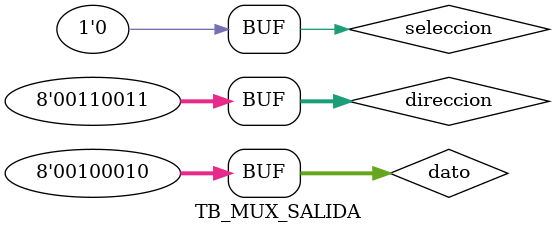
<source format=v>
`timescale 1ns / 1ps


module TB_MUX_SALIDA;

	// Inputs
	reg [7:0] direccion;
	reg [7:0] dato;
	reg seleccion;

	// Outputs
	wire [7:0] salida_bus;

	// Instantiate the Unit Under Test (UUT)
	MUX_SALIDA uut (
		.direccion(direccion), 
		.dato(dato), 
		.seleccion(seleccion), 
		.salida_bus(salida_bus)
	);

	initial begin
		// Initialize Inputs
		direccion = 0;
		dato = 0;
		seleccion = 0;

		// Wait 100 ns for global reset to finish
		#100;
      
		dato=8'hAA;
		direccion=8'hFF;
		#10;
		seleccion = 1;
		#10;
		seleccion = 0;
		#10;
		seleccion = 1;
		#10;
		seleccion = 0;
		#10;
		dato=8'h22;
		#10;
		direccion=8'h33;
		#10;
		seleccion = 1;
		#10;
		seleccion = 0;
		#10;
		
		
		
		// Add stimulus here

	end
      
endmodule


</source>
